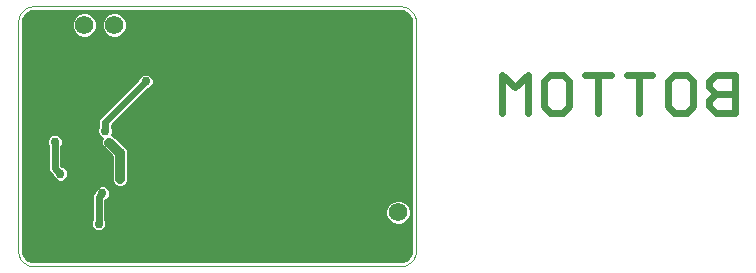
<source format=gbl>
G75*
G70*
%OFA0B0*%
%FSLAX24Y24*%
%IPPOS*%
%LPD*%
%AMOC8*
5,1,8,0,0,1.08239X$1,22.5*
%
%ADD10C,0.0230*%
%ADD11C,0.0020*%
%ADD12R,0.0950X0.1800*%
%ADD13C,0.0620*%
%ADD14C,0.0100*%
%ADD15C,0.0300*%
%ADD16C,0.0220*%
%ADD17C,0.0240*%
%ADD18C,0.0320*%
D10*
X022785Y005265D02*
X022785Y006536D01*
X023209Y006112D01*
X023632Y006536D01*
X023632Y005265D01*
X024166Y005477D02*
X024166Y006324D01*
X024378Y006536D01*
X024802Y006536D01*
X025014Y006324D01*
X025014Y005477D01*
X024802Y005265D01*
X024378Y005265D01*
X024166Y005477D01*
X025547Y006536D02*
X026395Y006536D01*
X025971Y006536D02*
X025971Y005265D01*
X027352Y005265D02*
X027352Y006536D01*
X026929Y006536D02*
X027776Y006536D01*
X028310Y006324D02*
X028522Y006536D01*
X028945Y006536D01*
X029157Y006324D01*
X029157Y005477D01*
X028945Y005265D01*
X028522Y005265D01*
X028310Y005477D01*
X028310Y006324D01*
X029691Y006324D02*
X029691Y006112D01*
X029903Y005901D01*
X030538Y005901D01*
X029903Y005901D02*
X029691Y005689D01*
X029691Y005477D01*
X029903Y005265D01*
X030538Y005265D01*
X030538Y006536D01*
X029903Y006536D01*
X029691Y006324D01*
D11*
X006654Y008311D02*
X006654Y000650D01*
X006656Y000606D01*
X006662Y000563D01*
X006671Y000521D01*
X006684Y000479D01*
X006701Y000439D01*
X006721Y000400D01*
X006744Y000363D01*
X006771Y000329D01*
X006800Y000296D01*
X006833Y000267D01*
X006867Y000240D01*
X006904Y000217D01*
X006943Y000197D01*
X006983Y000180D01*
X007025Y000167D01*
X007067Y000158D01*
X007110Y000152D01*
X007154Y000150D01*
X019402Y000150D01*
X019446Y000152D01*
X019489Y000158D01*
X019531Y000167D01*
X019573Y000180D01*
X019613Y000197D01*
X019652Y000217D01*
X019689Y000240D01*
X019723Y000267D01*
X019756Y000296D01*
X019785Y000329D01*
X019812Y000363D01*
X019835Y000400D01*
X019855Y000439D01*
X019872Y000479D01*
X019885Y000521D01*
X019894Y000563D01*
X019900Y000606D01*
X019902Y000650D01*
X019902Y008311D01*
X019900Y008355D01*
X019894Y008398D01*
X019885Y008440D01*
X019872Y008482D01*
X019855Y008522D01*
X019835Y008561D01*
X019812Y008598D01*
X019785Y008632D01*
X019756Y008665D01*
X019723Y008694D01*
X019689Y008721D01*
X019652Y008744D01*
X019613Y008764D01*
X019573Y008781D01*
X019531Y008794D01*
X019489Y008803D01*
X019446Y008809D01*
X019402Y008811D01*
X007154Y008811D01*
X007110Y008809D01*
X007067Y008803D01*
X007025Y008794D01*
X006983Y008781D01*
X006943Y008764D01*
X006904Y008744D01*
X006867Y008721D01*
X006833Y008694D01*
X006800Y008665D01*
X006771Y008632D01*
X006744Y008598D01*
X006721Y008561D01*
X006701Y008522D01*
X006684Y008482D01*
X006671Y008440D01*
X006662Y008398D01*
X006656Y008355D01*
X006654Y008311D01*
D12*
X015628Y007711D03*
X019078Y007711D03*
D13*
X009853Y008190D03*
X008853Y008190D03*
X019313Y002950D03*
X019313Y001950D03*
D14*
X018929Y002120D02*
X009553Y002120D01*
X009553Y002022D02*
X018893Y002022D01*
X018893Y002034D02*
X018893Y001866D01*
X018957Y001712D01*
X019075Y001594D01*
X019230Y001530D01*
X019397Y001530D01*
X019551Y001594D01*
X019669Y001712D01*
X019733Y001866D01*
X019733Y002034D01*
X019669Y002188D01*
X019551Y002306D01*
X019397Y002370D01*
X019230Y002370D01*
X019075Y002306D01*
X018957Y002188D01*
X018893Y002034D01*
X018893Y001923D02*
X009553Y001923D01*
X009553Y001825D02*
X018911Y001825D01*
X018951Y001726D02*
X009553Y001726D01*
X009553Y001718D02*
X009553Y002340D01*
X009601Y002360D01*
X009674Y002433D01*
X009713Y002528D01*
X009713Y002632D01*
X009674Y002727D01*
X009601Y002800D01*
X009505Y002840D01*
X009402Y002840D01*
X009306Y002800D01*
X009233Y002727D01*
X009193Y002632D01*
X009193Y002631D01*
X009113Y002551D01*
X009113Y001718D01*
X009113Y001717D01*
X009073Y001622D01*
X009073Y001518D01*
X009113Y001423D01*
X009186Y001350D01*
X009282Y001310D01*
X009385Y001310D01*
X009481Y001350D01*
X009554Y001423D01*
X009593Y001518D01*
X009593Y001622D01*
X009554Y001717D01*
X009553Y001718D01*
X009591Y001628D02*
X019042Y001628D01*
X019585Y001628D02*
X019742Y001628D01*
X019742Y001726D02*
X019675Y001726D01*
X019716Y001825D02*
X019742Y001825D01*
X019733Y001923D02*
X019742Y001923D01*
X019733Y002022D02*
X019742Y002022D01*
X019742Y002120D02*
X019697Y002120D01*
X019742Y002219D02*
X019639Y002219D01*
X019742Y002317D02*
X019525Y002317D01*
X019742Y002416D02*
X009657Y002416D01*
X009707Y002514D02*
X019742Y002514D01*
X019742Y002613D02*
X009713Y002613D01*
X009680Y002711D02*
X019742Y002711D01*
X019742Y002810D02*
X010144Y002810D01*
X010097Y002790D02*
X010196Y002831D01*
X010272Y002907D01*
X010313Y003006D01*
X010313Y003974D01*
X010272Y004073D01*
X009846Y004499D01*
X009783Y004525D01*
X009813Y004598D01*
X009813Y004702D01*
X009783Y004774D01*
X009783Y004865D01*
X010978Y006060D01*
X011051Y006090D01*
X011124Y006163D01*
X011163Y006258D01*
X011163Y006362D01*
X011124Y006457D01*
X011051Y006530D01*
X010955Y006570D01*
X010852Y006570D01*
X010756Y006530D01*
X010683Y006457D01*
X010653Y006385D01*
X009458Y005190D01*
X009323Y005055D01*
X009323Y004774D01*
X009293Y004702D01*
X009293Y004598D01*
X009333Y004503D01*
X009406Y004430D01*
X009458Y004408D01*
X009423Y004324D01*
X009423Y004216D01*
X009464Y004117D01*
X009773Y003808D01*
X009773Y003006D01*
X009814Y002907D01*
X009890Y002831D01*
X009990Y002790D01*
X010097Y002790D01*
X009943Y002810D02*
X009579Y002810D01*
X009328Y002810D02*
X006814Y002810D01*
X006814Y002908D02*
X009814Y002908D01*
X009773Y003007D02*
X008193Y003007D01*
X008201Y003010D02*
X008274Y003083D01*
X008313Y003178D01*
X008313Y003282D01*
X008274Y003377D01*
X008201Y003450D01*
X008105Y003490D01*
X008104Y003490D01*
X008093Y003501D01*
X008093Y004142D01*
X008094Y004143D01*
X008133Y004238D01*
X008133Y004342D01*
X008094Y004437D01*
X008021Y004510D01*
X007925Y004550D01*
X007822Y004550D01*
X007726Y004510D01*
X007653Y004437D01*
X007613Y004342D01*
X007613Y004238D01*
X007653Y004143D01*
X007653Y004142D01*
X007653Y003319D01*
X007793Y003179D01*
X007793Y003178D01*
X007833Y003083D01*
X007906Y003010D01*
X008002Y002970D01*
X008105Y002970D01*
X008201Y003010D01*
X008283Y003105D02*
X009773Y003105D01*
X009773Y003204D02*
X008313Y003204D01*
X008305Y003302D02*
X009773Y003302D01*
X009773Y003401D02*
X008250Y003401D01*
X008095Y003499D02*
X009773Y003499D01*
X009773Y003598D02*
X008093Y003598D01*
X008093Y003696D02*
X009773Y003696D01*
X009773Y003795D02*
X008093Y003795D01*
X008093Y003893D02*
X009688Y003893D01*
X009590Y003992D02*
X008093Y003992D01*
X008093Y004090D02*
X009491Y004090D01*
X009435Y004189D02*
X008113Y004189D01*
X008133Y004287D02*
X009423Y004287D01*
X009449Y004386D02*
X008115Y004386D01*
X008047Y004484D02*
X009352Y004484D01*
X009300Y004583D02*
X006814Y004583D01*
X006814Y004681D02*
X009293Y004681D01*
X009323Y004780D02*
X006814Y004780D01*
X006814Y004878D02*
X009323Y004878D01*
X009323Y004977D02*
X006814Y004977D01*
X006814Y005075D02*
X009343Y005075D01*
X009442Y005174D02*
X006814Y005174D01*
X006814Y005272D02*
X009540Y005272D01*
X009639Y005371D02*
X006814Y005371D01*
X006814Y005469D02*
X009737Y005469D01*
X009836Y005568D02*
X006814Y005568D01*
X006814Y005666D02*
X009934Y005666D01*
X010033Y005765D02*
X006814Y005765D01*
X006814Y005863D02*
X010131Y005863D01*
X010230Y005962D02*
X006814Y005962D01*
X006814Y006060D02*
X010328Y006060D01*
X010427Y006159D02*
X006814Y006159D01*
X006814Y006257D02*
X010525Y006257D01*
X010624Y006356D02*
X006814Y006356D01*
X006814Y006454D02*
X010682Y006454D01*
X010809Y006553D02*
X006814Y006553D01*
X006814Y006651D02*
X019742Y006651D01*
X019742Y006553D02*
X010997Y006553D01*
X011125Y006454D02*
X019742Y006454D01*
X019742Y006356D02*
X011163Y006356D01*
X011163Y006257D02*
X019742Y006257D01*
X019742Y006159D02*
X011120Y006159D01*
X010979Y006060D02*
X019742Y006060D01*
X019742Y005962D02*
X010880Y005962D01*
X010782Y005863D02*
X019742Y005863D01*
X019742Y005765D02*
X010683Y005765D01*
X010585Y005666D02*
X019742Y005666D01*
X019742Y005568D02*
X010486Y005568D01*
X010388Y005469D02*
X019742Y005469D01*
X019742Y005371D02*
X010289Y005371D01*
X010191Y005272D02*
X019742Y005272D01*
X019742Y005174D02*
X010092Y005174D01*
X009994Y005075D02*
X019742Y005075D01*
X019742Y004977D02*
X009895Y004977D01*
X009797Y004878D02*
X019742Y004878D01*
X019742Y004780D02*
X009783Y004780D01*
X009813Y004681D02*
X019742Y004681D01*
X019742Y004583D02*
X009807Y004583D01*
X009861Y004484D02*
X019742Y004484D01*
X019742Y004386D02*
X009960Y004386D01*
X010058Y004287D02*
X019742Y004287D01*
X019742Y004189D02*
X010157Y004189D01*
X010255Y004090D02*
X019742Y004090D01*
X019742Y003992D02*
X010306Y003992D01*
X010313Y003893D02*
X019742Y003893D01*
X019742Y003795D02*
X010313Y003795D01*
X010313Y003696D02*
X019742Y003696D01*
X019742Y003598D02*
X010313Y003598D01*
X010313Y003499D02*
X019742Y003499D01*
X019742Y003401D02*
X010313Y003401D01*
X010313Y003302D02*
X019742Y003302D01*
X019742Y003204D02*
X010313Y003204D01*
X010313Y003105D02*
X019742Y003105D01*
X019742Y003007D02*
X010313Y003007D01*
X010273Y002908D02*
X019742Y002908D01*
X019102Y002317D02*
X009553Y002317D01*
X009553Y002219D02*
X018988Y002219D01*
X019742Y001529D02*
X009593Y001529D01*
X009557Y001431D02*
X019742Y001431D01*
X019742Y001332D02*
X009438Y001332D01*
X009228Y001332D02*
X006814Y001332D01*
X006814Y001234D02*
X019742Y001234D01*
X019742Y001135D02*
X006814Y001135D01*
X006814Y001037D02*
X019742Y001037D01*
X019742Y000938D02*
X006814Y000938D01*
X006814Y000840D02*
X019742Y000840D01*
X019742Y000741D02*
X006814Y000741D01*
X006814Y000650D02*
X006814Y008311D01*
X006820Y008378D01*
X006871Y008500D01*
X006965Y008594D01*
X007087Y008645D01*
X007154Y008652D01*
X019402Y008652D01*
X019468Y008645D01*
X019591Y008594D01*
X019685Y008500D01*
X019735Y008378D01*
X019742Y008311D01*
X019742Y000650D01*
X019735Y000584D01*
X019685Y000461D01*
X019591Y000367D01*
X019468Y000316D01*
X019402Y000310D01*
X007154Y000310D01*
X007087Y000316D01*
X006965Y000367D01*
X006871Y000461D01*
X006820Y000584D01*
X006814Y000650D01*
X006814Y000643D02*
X019741Y000643D01*
X019719Y000544D02*
X006837Y000544D01*
X006886Y000446D02*
X019669Y000446D01*
X019542Y000347D02*
X007013Y000347D01*
X006814Y001431D02*
X009110Y001431D01*
X009073Y001529D02*
X006814Y001529D01*
X006814Y001628D02*
X009076Y001628D01*
X009113Y001726D02*
X006814Y001726D01*
X006814Y001825D02*
X009113Y001825D01*
X009113Y001923D02*
X006814Y001923D01*
X006814Y002022D02*
X009113Y002022D01*
X009113Y002120D02*
X006814Y002120D01*
X006814Y002219D02*
X009113Y002219D01*
X009113Y002317D02*
X006814Y002317D01*
X006814Y002416D02*
X009113Y002416D01*
X009113Y002514D02*
X006814Y002514D01*
X006814Y002613D02*
X009175Y002613D01*
X009226Y002711D02*
X006814Y002711D01*
X006814Y003007D02*
X007913Y003007D01*
X007824Y003105D02*
X006814Y003105D01*
X006814Y003204D02*
X007769Y003204D01*
X007670Y003302D02*
X006814Y003302D01*
X006814Y003401D02*
X007653Y003401D01*
X007653Y003499D02*
X006814Y003499D01*
X006814Y003598D02*
X007653Y003598D01*
X007653Y003696D02*
X006814Y003696D01*
X006814Y003795D02*
X007653Y003795D01*
X007653Y003893D02*
X006814Y003893D01*
X006814Y003992D02*
X007653Y003992D01*
X007653Y004090D02*
X006814Y004090D01*
X006814Y004189D02*
X007634Y004189D01*
X007613Y004287D02*
X006814Y004287D01*
X006814Y004386D02*
X007631Y004386D01*
X007700Y004484D02*
X006814Y004484D01*
X006814Y006750D02*
X019742Y006750D01*
X019742Y006848D02*
X006814Y006848D01*
X006814Y006947D02*
X019742Y006947D01*
X019742Y007045D02*
X006814Y007045D01*
X006814Y007144D02*
X019742Y007144D01*
X019742Y007242D02*
X006814Y007242D01*
X006814Y007341D02*
X019742Y007341D01*
X019742Y007439D02*
X006814Y007439D01*
X006814Y007538D02*
X019742Y007538D01*
X019742Y007636D02*
X006814Y007636D01*
X006814Y007735D02*
X019742Y007735D01*
X019742Y007833D02*
X010089Y007833D01*
X010091Y007834D02*
X010209Y007952D01*
X010273Y008106D01*
X010273Y008274D01*
X010209Y008428D01*
X010091Y008546D01*
X009937Y008610D01*
X009770Y008610D01*
X009615Y008546D01*
X009497Y008428D01*
X009433Y008274D01*
X009433Y008106D01*
X009497Y007952D01*
X009615Y007834D01*
X009770Y007770D01*
X009937Y007770D01*
X010091Y007834D01*
X010189Y007932D02*
X019742Y007932D01*
X019742Y008030D02*
X010242Y008030D01*
X010273Y008129D02*
X019742Y008129D01*
X019742Y008227D02*
X010273Y008227D01*
X010252Y008326D02*
X019741Y008326D01*
X019716Y008424D02*
X010211Y008424D01*
X010115Y008523D02*
X019663Y008523D01*
X019526Y008621D02*
X007029Y008621D01*
X006893Y008523D02*
X008592Y008523D01*
X008615Y008546D02*
X008497Y008428D01*
X008433Y008274D01*
X008433Y008106D01*
X008497Y007952D01*
X008615Y007834D01*
X008770Y007770D01*
X008937Y007770D01*
X009091Y007834D01*
X009209Y007952D01*
X009273Y008106D01*
X009273Y008274D01*
X009209Y008428D01*
X009091Y008546D01*
X008937Y008610D01*
X008770Y008610D01*
X008615Y008546D01*
X008496Y008424D02*
X006839Y008424D01*
X006815Y008326D02*
X008455Y008326D01*
X008433Y008227D02*
X006814Y008227D01*
X006814Y008129D02*
X008433Y008129D01*
X008465Y008030D02*
X006814Y008030D01*
X006814Y007932D02*
X008518Y007932D01*
X008618Y007833D02*
X006814Y007833D01*
X009089Y007833D02*
X009618Y007833D01*
X009518Y007932D02*
X009189Y007932D01*
X009242Y008030D02*
X009465Y008030D01*
X009433Y008129D02*
X009273Y008129D01*
X009273Y008227D02*
X009433Y008227D01*
X009455Y008326D02*
X009252Y008326D01*
X009211Y008424D02*
X009496Y008424D01*
X009592Y008523D02*
X009115Y008523D01*
D15*
X007174Y008107D03*
X007174Y007107D03*
X008174Y007107D03*
X008174Y006107D03*
X007174Y006107D03*
X009354Y005537D03*
X009144Y004787D03*
X009553Y004650D03*
X009693Y004270D03*
X007873Y004290D03*
X007794Y004927D03*
X010214Y006477D03*
X010903Y006310D03*
X011594Y006547D03*
X012043Y005984D03*
X012343Y005584D03*
X012743Y005184D03*
X011843Y005184D03*
X013594Y006417D03*
X013394Y006867D03*
X012294Y007407D03*
X011614Y008247D03*
X013744Y008257D03*
X014484Y008237D03*
X014928Y007704D03*
X014803Y006934D03*
X015623Y006600D03*
X016243Y006244D03*
X015803Y005934D03*
X014803Y005934D03*
X015333Y005164D03*
X014460Y004272D03*
X013993Y004028D03*
X012824Y003877D03*
X013264Y003457D03*
X012764Y002957D03*
X013264Y002457D03*
X011584Y003047D03*
X011824Y003877D03*
X010043Y003060D03*
X009453Y002580D03*
X008053Y003230D03*
X007174Y003107D03*
X007174Y002107D03*
X007624Y001237D03*
X008454Y000747D03*
X009204Y000747D03*
X009780Y001082D03*
X010380Y001082D03*
X010980Y001082D03*
X011580Y001082D03*
X012004Y001547D03*
X013264Y001457D03*
X012204Y000747D03*
X014804Y001067D03*
X015644Y001617D03*
X016550Y001445D03*
X016950Y000965D03*
X016454Y000747D03*
X017550Y000955D03*
X017970Y001445D03*
X018454Y000747D03*
X019454Y000747D03*
X015684Y002517D03*
X015264Y003457D03*
X016264Y003457D03*
X017264Y003457D03*
X016643Y004038D03*
X017138Y004218D03*
X016188Y004248D03*
X018003Y005180D03*
X019414Y005997D03*
X019077Y006584D03*
X018103Y006880D03*
X016643Y006720D03*
X016323Y007700D03*
X016603Y008460D03*
X018083Y008480D03*
X018393Y007706D03*
X019313Y004028D03*
X018843Y003923D03*
X009333Y001570D03*
X007024Y000537D03*
D16*
X009333Y001570D02*
X009333Y001810D01*
X009333Y002460D01*
X009453Y002580D01*
X008053Y003230D02*
X007873Y003410D01*
X007873Y004290D01*
X009693Y004290D02*
X009693Y004270D01*
D17*
X009553Y004650D02*
X009553Y004960D01*
X010903Y006310D01*
D18*
X009693Y004270D02*
X010043Y003920D01*
X010043Y003060D01*
M02*

</source>
